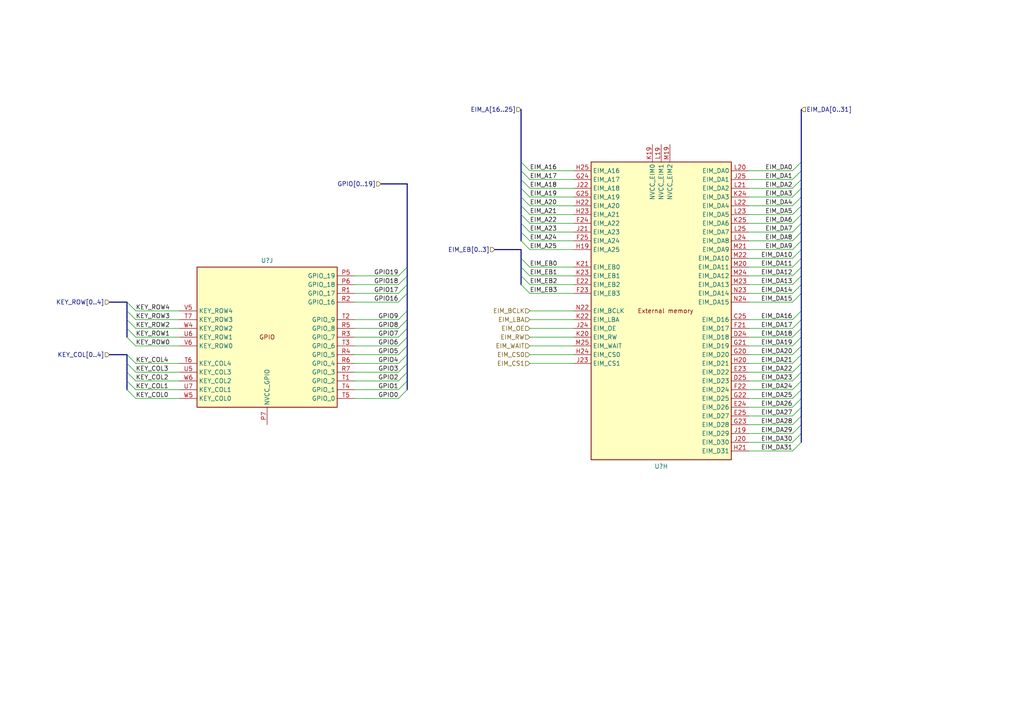
<source format=kicad_sch>
(kicad_sch (version 20211123) (generator eeschema)
  (paper "A4")
  (bus_entry (at 232.41 74.93) (size -2.54 2.54))
  (bus_entry (at 115.57 85.09) (size 2.54 -2.54))
  (bus_entry (at 151.13 67.31) (size 2.54 2.54))
  (bus_entry (at 232.41 72.39) (size -2.54 2.54))
  (bus_entry (at 232.41 100.33) (size -2.54 2.54))
  (bus_entry (at 232.41 120.65) (size -2.54 2.54))
  (bus_entry (at 115.57 110.49) (size 2.54 -2.54))
  (bus_entry (at 39.37 107.95) (size -2.54 -2.54))
  (bus_entry (at 115.57 92.71) (size 2.54 -2.54))
  (bus_entry (at 39.37 90.17) (size -2.54 -2.54))
  (bus_entry (at 115.57 115.57) (size 2.54 -2.54))
  (bus_entry (at 232.41 64.77) (size -2.54 2.54))
  (bus_entry (at 232.41 128.27) (size -2.54 2.54))
  (bus_entry (at 232.41 95.25) (size -2.54 2.54))
  (bus_entry (at 232.41 107.95) (size -2.54 2.54))
  (bus_entry (at 232.41 118.11) (size -2.54 2.54))
  (bus_entry (at 232.41 46.99) (size -2.54 2.54))
  (bus_entry (at 232.41 77.47) (size -2.54 2.54))
  (bus_entry (at 115.57 105.41) (size 2.54 -2.54))
  (bus_entry (at 232.41 82.55) (size -2.54 2.54))
  (bus_entry (at 232.41 90.17) (size -2.54 2.54))
  (bus_entry (at 232.41 102.87) (size -2.54 2.54))
  (bus_entry (at 39.37 113.03) (size -2.54 -2.54))
  (bus_entry (at 232.41 59.69) (size -2.54 2.54))
  (bus_entry (at 232.41 80.01) (size -2.54 2.54))
  (bus_entry (at 151.13 82.55) (size 2.54 2.54))
  (bus_entry (at 232.41 125.73) (size -2.54 2.54))
  (bus_entry (at 232.41 85.09) (size -2.54 2.54))
  (bus_entry (at 232.41 69.85) (size -2.54 2.54))
  (bus_entry (at 151.13 64.77) (size 2.54 2.54))
  (bus_entry (at 115.57 97.79) (size 2.54 -2.54))
  (bus_entry (at 151.13 49.53) (size 2.54 2.54))
  (bus_entry (at 232.41 49.53) (size -2.54 2.54))
  (bus_entry (at 232.41 67.31) (size -2.54 2.54))
  (bus_entry (at 232.41 113.03) (size -2.54 2.54))
  (bus_entry (at 115.57 95.25) (size 2.54 -2.54))
  (bus_entry (at 151.13 52.07) (size 2.54 2.54))
  (bus_entry (at 151.13 54.61) (size 2.54 2.54))
  (bus_entry (at 232.41 110.49) (size -2.54 2.54))
  (bus_entry (at 232.41 54.61) (size -2.54 2.54))
  (bus_entry (at 232.41 115.57) (size -2.54 2.54))
  (bus_entry (at 151.13 59.69) (size 2.54 2.54))
  (bus_entry (at 232.41 52.07) (size -2.54 2.54))
  (bus_entry (at 39.37 92.71) (size -2.54 -2.54))
  (bus_entry (at 151.13 80.01) (size 2.54 2.54))
  (bus_entry (at 151.13 74.93) (size 2.54 2.54))
  (bus_entry (at 115.57 100.33) (size 2.54 -2.54))
  (bus_entry (at 232.41 92.71) (size -2.54 2.54))
  (bus_entry (at 151.13 62.23) (size 2.54 2.54))
  (bus_entry (at 151.13 57.15) (size 2.54 2.54))
  (bus_entry (at 115.57 107.95) (size 2.54 -2.54))
  (bus_entry (at 115.57 87.63) (size 2.54 -2.54))
  (bus_entry (at 39.37 95.25) (size -2.54 -2.54))
  (bus_entry (at 232.41 97.79) (size -2.54 2.54))
  (bus_entry (at 115.57 102.87) (size 2.54 -2.54))
  (bus_entry (at 232.41 105.41) (size -2.54 2.54))
  (bus_entry (at 39.37 115.57) (size -2.54 -2.54))
  (bus_entry (at 39.37 97.79) (size -2.54 -2.54))
  (bus_entry (at 232.41 57.15) (size -2.54 2.54))
  (bus_entry (at 151.13 46.99) (size 2.54 2.54))
  (bus_entry (at 232.41 123.19) (size -2.54 2.54))
  (bus_entry (at 115.57 82.55) (size 2.54 -2.54))
  (bus_entry (at 115.57 80.01) (size 2.54 -2.54))
  (bus_entry (at 151.13 69.85) (size 2.54 2.54))
  (bus_entry (at 39.37 100.33) (size -2.54 -2.54))
  (bus_entry (at 39.37 110.49) (size -2.54 -2.54))
  (bus_entry (at 39.37 105.41) (size -2.54 -2.54))
  (bus_entry (at 115.57 113.03) (size 2.54 -2.54))
  (bus_entry (at 151.13 77.47) (size 2.54 2.54))
  (bus_entry (at 232.41 62.23) (size -2.54 2.54))
  (wire (pts (xy 39.37 92.71) (xy 52.07 92.71)))
  (bus (pts (xy 232.41 107.95) (xy 232.41 110.49)))
  (bus (pts (xy 36.83 92.71) (xy 36.83 95.25)))
  (bus (pts (xy 118.11 90.17) (xy 118.11 92.71)))
  (wire (pts (xy 39.37 107.95) (xy 52.07 107.95)))
  (wire (pts (xy 115.57 110.49) (xy 102.87 110.49)))
  (wire (pts (xy 166.37 77.47) (xy 153.67 77.47)))
  (wire (pts (xy 217.17 74.93) (xy 229.87 74.93)))
  (bus (pts (xy 232.41 57.15) (xy 232.41 59.69)))
  (wire (pts (xy 217.17 67.31) (xy 229.87 67.31)))
  (wire (pts (xy 217.17 123.19) (xy 229.87 123.19)))
  (wire (pts (xy 217.17 87.63) (xy 229.87 87.63)))
  (bus (pts (xy 151.13 46.99) (xy 151.13 49.53)))
  (bus (pts (xy 232.41 74.93) (xy 232.41 77.47)))
  (bus (pts (xy 232.41 72.39) (xy 232.41 74.93)))
  (wire (pts (xy 39.37 105.41) (xy 52.07 105.41)))
  (bus (pts (xy 151.13 52.07) (xy 151.13 54.61)))
  (wire (pts (xy 166.37 102.87) (xy 153.67 102.87)))
  (bus (pts (xy 151.13 72.39) (xy 151.13 74.93)))
  (bus (pts (xy 232.41 49.53) (xy 232.41 52.07)))
  (wire (pts (xy 166.37 62.23) (xy 153.67 62.23)))
  (bus (pts (xy 232.41 31.75) (xy 232.41 46.99)))
  (wire (pts (xy 217.17 69.85) (xy 229.87 69.85)))
  (bus (pts (xy 232.41 92.71) (xy 232.41 95.25)))
  (bus (pts (xy 232.41 67.31) (xy 232.41 69.85)))
  (wire (pts (xy 166.37 64.77) (xy 153.67 64.77)))
  (wire (pts (xy 115.57 105.41) (xy 102.87 105.41)))
  (bus (pts (xy 232.41 77.47) (xy 232.41 80.01)))
  (bus (pts (xy 36.83 102.87) (xy 36.83 105.41)))
  (bus (pts (xy 232.41 120.65) (xy 232.41 123.19)))
  (bus (pts (xy 36.83 110.49) (xy 36.83 113.03)))
  (wire (pts (xy 217.17 85.09) (xy 229.87 85.09)))
  (bus (pts (xy 232.41 97.79) (xy 232.41 100.33)))
  (wire (pts (xy 217.17 118.11) (xy 229.87 118.11)))
  (wire (pts (xy 166.37 92.71) (xy 153.67 92.71)))
  (wire (pts (xy 115.57 113.03) (xy 102.87 113.03)))
  (wire (pts (xy 166.37 97.79) (xy 153.67 97.79)))
  (bus (pts (xy 118.11 53.34) (xy 118.11 77.47)))
  (wire (pts (xy 217.17 97.79) (xy 229.87 97.79)))
  (wire (pts (xy 217.17 92.71) (xy 229.87 92.71)))
  (wire (pts (xy 115.57 92.71) (xy 102.87 92.71)))
  (wire (pts (xy 39.37 100.33) (xy 52.07 100.33)))
  (bus (pts (xy 151.13 72.39) (xy 143.51 72.39)))
  (wire (pts (xy 217.17 120.65) (xy 229.87 120.65)))
  (wire (pts (xy 217.17 115.57) (xy 229.87 115.57)))
  (bus (pts (xy 118.11 110.49) (xy 118.11 113.03)))
  (wire (pts (xy 166.37 69.85) (xy 153.67 69.85)))
  (bus (pts (xy 118.11 97.79) (xy 118.11 100.33)))
  (wire (pts (xy 115.57 107.95) (xy 102.87 107.95)))
  (wire (pts (xy 166.37 49.53) (xy 153.67 49.53)))
  (wire (pts (xy 217.17 62.23) (xy 229.87 62.23)))
  (bus (pts (xy 151.13 80.01) (xy 151.13 82.55)))
  (bus (pts (xy 232.41 110.49) (xy 232.41 113.03)))
  (bus (pts (xy 118.11 80.01) (xy 118.11 82.55)))
  (wire (pts (xy 217.17 54.61) (xy 229.87 54.61)))
  (wire (pts (xy 217.17 59.69) (xy 229.87 59.69)))
  (bus (pts (xy 36.83 102.87) (xy 31.75 102.87)))
  (bus (pts (xy 118.11 82.55) (xy 118.11 85.09)))
  (bus (pts (xy 118.11 100.33) (xy 118.11 102.87)))
  (bus (pts (xy 232.41 100.33) (xy 232.41 102.87)))
  (wire (pts (xy 166.37 57.15) (xy 153.67 57.15)))
  (wire (pts (xy 39.37 110.49) (xy 52.07 110.49)))
  (bus (pts (xy 36.83 95.25) (xy 36.83 97.79)))
  (bus (pts (xy 151.13 74.93) (xy 151.13 77.47)))
  (bus (pts (xy 232.41 118.11) (xy 232.41 120.65)))
  (wire (pts (xy 166.37 90.17) (xy 153.67 90.17)))
  (bus (pts (xy 232.41 62.23) (xy 232.41 64.77)))
  (wire (pts (xy 115.57 100.33) (xy 102.87 100.33)))
  (bus (pts (xy 232.41 113.03) (xy 232.41 115.57)))
  (bus (pts (xy 118.11 95.25) (xy 118.11 97.79)))
  (wire (pts (xy 166.37 80.01) (xy 153.67 80.01)))
  (bus (pts (xy 151.13 77.47) (xy 151.13 80.01)))
  (wire (pts (xy 166.37 59.69) (xy 153.67 59.69)))
  (wire (pts (xy 217.17 52.07) (xy 229.87 52.07)))
  (wire (pts (xy 115.57 82.55) (xy 102.87 82.55)))
  (bus (pts (xy 232.41 69.85) (xy 232.41 72.39)))
  (wire (pts (xy 217.17 77.47) (xy 229.87 77.47)))
  (wire (pts (xy 217.17 49.53) (xy 229.87 49.53)))
  (wire (pts (xy 115.57 87.63) (xy 102.87 87.63)))
  (bus (pts (xy 232.41 90.17) (xy 232.41 92.71)))
  (wire (pts (xy 217.17 72.39) (xy 229.87 72.39)))
  (bus (pts (xy 151.13 64.77) (xy 151.13 67.31)))
  (bus (pts (xy 232.41 54.61) (xy 232.41 57.15)))
  (bus (pts (xy 36.83 105.41) (xy 36.83 107.95)))
  (bus (pts (xy 232.41 59.69) (xy 232.41 62.23)))
  (wire (pts (xy 39.37 97.79) (xy 52.07 97.79)))
  (wire (pts (xy 217.17 110.49) (xy 229.87 110.49)))
  (wire (pts (xy 115.57 85.09) (xy 102.87 85.09)))
  (wire (pts (xy 166.37 82.55) (xy 153.67 82.55)))
  (wire (pts (xy 115.57 115.57) (xy 102.87 115.57)))
  (wire (pts (xy 217.17 125.73) (xy 229.87 125.73)))
  (wire (pts (xy 217.17 113.03) (xy 229.87 113.03)))
  (bus (pts (xy 151.13 67.31) (xy 151.13 69.85)))
  (bus (pts (xy 232.41 80.01) (xy 232.41 82.55)))
  (bus (pts (xy 232.41 82.55) (xy 232.41 85.09)))
  (bus (pts (xy 36.83 107.95) (xy 36.83 110.49)))
  (bus (pts (xy 118.11 105.41) (xy 118.11 107.95)))
  (bus (pts (xy 232.41 52.07) (xy 232.41 54.61)))
  (bus (pts (xy 232.41 46.99) (xy 232.41 49.53)))
  (wire (pts (xy 217.17 130.81) (xy 229.87 130.81)))
  (wire (pts (xy 115.57 95.25) (xy 102.87 95.25)))
  (bus (pts (xy 232.41 95.25) (xy 232.41 97.79)))
  (bus (pts (xy 151.13 54.61) (xy 151.13 57.15)))
  (wire (pts (xy 166.37 85.09) (xy 153.67 85.09)))
  (bus (pts (xy 118.11 85.09) (xy 118.11 90.17)))
  (bus (pts (xy 118.11 102.87) (xy 118.11 105.41)))
  (bus (pts (xy 36.83 87.63) (xy 31.75 87.63)))
  (wire (pts (xy 166.37 95.25) (xy 153.67 95.25)))
  (bus (pts (xy 118.11 77.47) (xy 118.11 80.01)))
  (bus (pts (xy 36.83 90.17) (xy 36.83 92.71)))
  (wire (pts (xy 166.37 100.33) (xy 153.67 100.33)))
  (wire (pts (xy 217.17 100.33) (xy 229.87 100.33)))
  (bus (pts (xy 118.11 53.34) (xy 110.49 53.34)))
  (bus (pts (xy 151.13 62.23) (xy 151.13 64.77)))
  (wire (pts (xy 217.17 102.87) (xy 229.87 102.87)))
  (bus (pts (xy 118.11 92.71) (xy 118.11 95.25)))
  (wire (pts (xy 217.17 128.27) (xy 229.87 128.27)))
  (wire (pts (xy 166.37 105.41) (xy 153.67 105.41)))
  (wire (pts (xy 166.37 72.39) (xy 153.67 72.39)))
  (wire (pts (xy 39.37 95.25) (xy 52.07 95.25)))
  (bus (pts (xy 232.41 102.87) (xy 232.41 105.41)))
  (bus (pts (xy 118.11 107.95) (xy 118.11 110.49)))
  (wire (pts (xy 217.17 107.95) (xy 229.87 107.95)))
  (wire (pts (xy 217.17 95.25) (xy 229.87 95.25)))
  (wire (pts (xy 115.57 102.87) (xy 102.87 102.87)))
  (bus (pts (xy 232.41 85.09) (xy 232.41 90.17)))
  (wire (pts (xy 115.57 80.01) (xy 102.87 80.01)))
  (bus (pts (xy 232.41 105.41) (xy 232.41 107.95)))
  (bus (pts (xy 232.41 125.73) (xy 232.41 128.27)))
  (bus (pts (xy 151.13 49.53) (xy 151.13 52.07)))
  (bus (pts (xy 232.41 64.77) (xy 232.41 67.31)))
  (bus (pts (xy 151.13 57.15) (xy 151.13 59.69)))
  (wire (pts (xy 217.17 64.77) (xy 229.87 64.77)))
  (wire (pts (xy 115.57 97.79) (xy 102.87 97.79)))
  (bus (pts (xy 151.13 59.69) (xy 151.13 62.23)))
  (wire (pts (xy 217.17 57.15) (xy 229.87 57.15)))
  (bus (pts (xy 36.83 87.63) (xy 36.83 90.17)))
  (bus (pts (xy 151.13 31.75) (xy 151.13 46.99)))
  (wire (pts (xy 217.17 80.01) (xy 229.87 80.01)))
  (wire (pts (xy 39.37 115.57) (xy 52.07 115.57)))
  (wire (pts (xy 217.17 82.55) (xy 229.87 82.55)))
  (wire (pts (xy 166.37 52.07) (xy 153.67 52.07)))
  (bus (pts (xy 232.41 123.19) (xy 232.41 125.73)))
  (wire (pts (xy 39.37 113.03) (xy 52.07 113.03)))
  (wire (pts (xy 39.37 90.17) (xy 52.07 90.17)))
  (wire (pts (xy 166.37 67.31) (xy 153.67 67.31)))
  (wire (pts (xy 217.17 105.41) (xy 229.87 105.41)))
  (wire (pts (xy 166.37 54.61) (xy 153.67 54.61)))
  (bus (pts (xy 232.41 115.57) (xy 232.41 118.11)))
  (label "KEY_ROW1" (at 39.37 97.79 0))
  (label "KEY_COL0" (at 39.37 115.57 0))
  (label "EIM_DA3" (at 229.87 57.15 180))
  (label "EIM_DA26" (at 229.87 118.11 180))
  (label "EIM_DA13" (at 229.87 82.55 180))
  (label "EIM_A18" (at 153.67 54.61 0))
  (label "EIM_A22" (at 153.67 64.77 0))
  (label "EIM_DA22" (at 229.87 107.95 180))
  (label "EIM_DA9" (at 229.87 72.39 180))
  (label "GPIO4" (at 115.57 105.41 180))
  (label "EIM_DA31" (at 229.87 130.81 180))
  (label "GPIO5" (at 115.57 102.87 180))
  (label "EIM_DA25" (at 229.87 115.57 180))
  (label "EIM_A20" (at 153.67 59.69 0))
  (label "EIM_DA0" (at 229.87 49.53 180))
  (label "GPIO6" (at 115.57 100.33 180))
  (label "EIM_EB2" (at 153.67 82.55 0))
  (label "EIM_DA30" (at 229.87 128.27 180))
  (label "EIM_DA28" (at 229.87 123.19 180))
  (label "GPIO16" (at 115.57 87.63 180))
  (label "EIM_DA20" (at 229.87 102.87 180))
  (label "KEY_ROW4" (at 39.37 90.17 0))
  (label "GPIO0" (at 115.57 115.57 180))
  (label "EIM_DA24" (at 229.87 113.03 180))
  (label "GPIO9" (at 115.57 92.71 180))
  (label "EIM_DA15" (at 229.87 87.63 180))
  (label "KEY_COL3" (at 39.37 107.95 0))
  (label "EIM_EB0" (at 153.67 77.47 0))
  (label "GPIO1" (at 115.57 113.03 180))
  (label "EIM_DA14" (at 229.87 85.09 180))
  (label "EIM_EB1" (at 153.67 80.01 0))
  (label "EIM_DA19" (at 229.87 100.33 180))
  (label "EIM_DA2" (at 229.87 54.61 180))
  (label "EIM_A21" (at 153.67 62.23 0))
  (label "EIM_DA27" (at 229.87 120.65 180))
  (label "EIM_DA18" (at 229.87 97.79 180))
  (label "GPIO2" (at 115.57 110.49 180))
  (label "KEY_ROW2" (at 39.37 95.25 0))
  (label "EIM_DA29" (at 229.87 125.73 180))
  (label "GPIO7" (at 115.57 97.79 180))
  (label "KEY_COL4" (at 39.37 105.41 0))
  (label "EIM_DA11" (at 229.87 77.47 180))
  (label "EIM_DA16" (at 229.87 92.71 180))
  (label "EIM_A24" (at 153.67 69.85 0))
  (label "EIM_A17" (at 153.67 52.07 0))
  (label "EIM_DA6" (at 229.87 64.77 180))
  (label "EIM_DA23" (at 229.87 110.49 180))
  (label "GPIO18" (at 115.57 82.55 180))
  (label "GPIO8" (at 115.57 95.25 180))
  (label "GPIO17" (at 115.57 85.09 180))
  (label "EIM_DA10" (at 229.87 74.93 180))
  (label "EIM_DA12" (at 229.87 80.01 180))
  (label "EIM_DA4" (at 229.87 59.69 180))
  (label "EIM_DA17" (at 229.87 95.25 180))
  (label "GPIO3" (at 115.57 107.95 180))
  (label "KEY_ROW0" (at 39.37 100.33 0))
  (label "EIM_A25" (at 153.67 72.39 0))
  (label "EIM_EB3" (at 153.67 85.09 0))
  (label "EIM_DA1" (at 229.87 52.07 180))
  (label "EIM_DA7" (at 229.87 67.31 180))
  (label "EIM_DA5" (at 229.87 62.23 180))
  (label "KEY_COL2" (at 39.37 110.49 0))
  (label "EIM_DA21" (at 229.87 105.41 180))
  (label "EIM_A16" (at 153.67 49.53 0))
  (label "KEY_COL1" (at 39.37 113.03 0))
  (label "EIM_A23" (at 153.67 67.31 0))
  (label "KEY_ROW3" (at 39.37 92.71 0))
  (label "GPIO19" (at 115.57 80.01 180))
  (label "EIM_DA8" (at 229.87 69.85 180))
  (label "EIM_A19" (at 153.67 57.15 0))
  (hierarchical_label "GPIO[0..19]" (shape input) (at 110.49 53.34 180))
  (hierarchical_label "EIM_A[16..25]" (shape input) (at 151.13 31.75 180))
  (hierarchical_label "EIM_DA[0..31]" (shape input) (at 232.41 31.75 0))
  (hierarchical_label "EIM_RW" (shape input) (at 153.67 97.79 180))
  (hierarchical_label "EIM_CS1" (shape input) (at 153.67 105.41 180))
  (hierarchical_label "KEY_COL[0..4]" (shape input) (at 31.75 102.87 180))
  (hierarchical_label "EIM_WAIT" (shape input) (at 153.67 100.33 180))
  (hierarchical_label "EIM_OE" (shape input) (at 153.67 95.25 180))
  (hierarchical_label "EIM_BCLK" (shape input) (at 153.67 90.17 180))
  (hierarchical_label "KEY_ROW[0..4]" (shape input) (at 31.75 87.63 180))
  (hierarchical_label "EIM_LBA" (shape input) (at 153.67 92.71 180))
  (hierarchical_label "EIM_CS0" (shape input) (at 153.67 102.87 180))
  (hierarchical_label "EIM_EB[0..3]" (shape input) (at 143.51 72.39 180))
  (symbol (lib_id "IMXDesign-rescue:MCIMX6QP5EVT-CPU_NXP_IMX") (at 77.47 97.79 180) (unit 10)
    (property "Reference" "U?" (at 77.47 75.565 0))
    (property "Datasheet" "https://www.nxp.com/docs/en/data-sheet/IMX6DQPCEC.pdf" (effects hide))
  )
  (symbol (lib_id "IMXDesign-rescue:MCIMX6QP5EVT-CPU_NXP_IMX") (at 191.77 90.17 0) (unit 8)
    (property "Reference" "U?" (at 191.77 135.255 0))
    (property "Datasheet" "https://www.nxp.com/docs/en/data-sheet/IMX6DQPCEC.pdf" (effects hide))
  )
)
</source>
